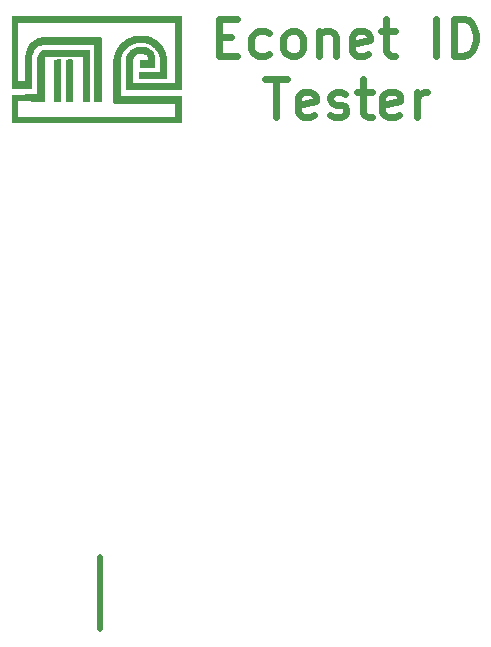
<source format=gbr>
%TF.GenerationSoftware,KiCad,Pcbnew,(6.0.11)*%
%TF.CreationDate,2024-01-05T14:55:08+00:00*%
%TF.ProjectId,EcoIDTesterCaseFront,45636f49-4454-4657-9374-657243617365,rev?*%
%TF.SameCoordinates,Original*%
%TF.FileFunction,Legend,Top*%
%TF.FilePolarity,Positive*%
%FSLAX46Y46*%
G04 Gerber Fmt 4.6, Leading zero omitted, Abs format (unit mm)*
G04 Created by KiCad (PCBNEW (6.0.11)) date 2024-01-05 14:55:08*
%MOMM*%
%LPD*%
G01*
G04 APERTURE LIST*
%ADD10C,0.000000*%
%ADD11C,0.600000*%
%ADD12C,0.500000*%
G04 APERTURE END LIST*
D10*
G36*
X202657259Y-71795322D02*
G01*
X202698341Y-71817283D01*
X202698341Y-75327457D01*
X202672865Y-75352882D01*
X202647337Y-75378306D01*
X202133002Y-75378306D01*
X202107526Y-75352882D01*
X202081998Y-75327457D01*
X202081998Y-71817853D01*
X202119205Y-71796302D01*
X202156412Y-71774601D01*
X202386269Y-71773978D01*
X202616177Y-71773359D01*
X202657259Y-71795322D01*
G37*
G36*
X211914523Y-74394593D02*
G01*
X211020434Y-74388861D01*
X209995674Y-74378107D01*
X208472152Y-74361410D01*
X207160912Y-74353306D01*
X207154900Y-73063130D01*
X207152441Y-72418113D01*
X207153780Y-71773566D01*
X207186410Y-71643044D01*
X207203398Y-71578044D01*
X207222161Y-71513743D01*
X207232519Y-71481978D01*
X207243694Y-71450534D01*
X207255810Y-71419460D01*
X207268991Y-71388807D01*
X207283361Y-71358623D01*
X207299046Y-71328957D01*
X207316169Y-71299858D01*
X207334855Y-71271375D01*
X207411070Y-71171380D01*
X207449839Y-71121639D01*
X207469753Y-71097274D01*
X207490160Y-71073413D01*
X207511164Y-71050183D01*
X207532870Y-71027708D01*
X207555381Y-71006116D01*
X207578801Y-70985531D01*
X207603237Y-70966080D01*
X207628791Y-70947889D01*
X207655567Y-70931082D01*
X207669447Y-70923238D01*
X207683671Y-70915787D01*
X207721732Y-70889392D01*
X207762461Y-70864406D01*
X207851249Y-70818858D01*
X207948688Y-70779534D01*
X208053429Y-70746824D01*
X208164124Y-70721116D01*
X208279425Y-70702803D01*
X208397983Y-70692273D01*
X208518451Y-70689916D01*
X208639480Y-70696123D01*
X208759723Y-70711284D01*
X208877830Y-70735788D01*
X208935661Y-70751666D01*
X208992453Y-70770026D01*
X209048038Y-70790917D01*
X209102245Y-70814387D01*
X209154908Y-70840486D01*
X209205858Y-70869262D01*
X209254925Y-70900764D01*
X209301942Y-70935041D01*
X209346739Y-70972141D01*
X209389149Y-71012113D01*
X209410852Y-71029195D01*
X209431092Y-71047541D01*
X209449980Y-71067041D01*
X209467623Y-71087583D01*
X209484133Y-71109058D01*
X209499617Y-71131355D01*
X209514186Y-71154362D01*
X209527949Y-71177969D01*
X209541015Y-71202066D01*
X209553493Y-71226541D01*
X209577126Y-71276184D01*
X209622157Y-71375141D01*
X209631060Y-71402546D01*
X209639253Y-71430042D01*
X209646735Y-71457629D01*
X209653508Y-71485307D01*
X209659572Y-71513077D01*
X209664926Y-71540936D01*
X209669570Y-71568887D01*
X209673505Y-71596929D01*
X209676731Y-71625061D01*
X209679248Y-71653284D01*
X209681056Y-71681597D01*
X209682155Y-71710000D01*
X209682546Y-71738495D01*
X209682228Y-71767079D01*
X209681201Y-71795754D01*
X209679466Y-71824518D01*
X209678456Y-71894782D01*
X209678682Y-71965356D01*
X209680433Y-72106830D01*
X209680755Y-72177429D01*
X209679905Y-72247734D01*
X209677282Y-72317594D01*
X209672284Y-72386860D01*
X209670019Y-72396729D01*
X209667203Y-72405679D01*
X209663860Y-72413752D01*
X209660015Y-72420990D01*
X209655695Y-72427435D01*
X209650923Y-72433130D01*
X209645725Y-72438116D01*
X209640127Y-72442435D01*
X209634154Y-72446130D01*
X209627831Y-72449242D01*
X209621184Y-72451813D01*
X209614237Y-72453886D01*
X209607015Y-72455502D01*
X209599545Y-72456704D01*
X209583959Y-72458033D01*
X209567681Y-72458208D01*
X209550912Y-72457566D01*
X209516711Y-72455176D01*
X209499683Y-72454100D01*
X209482972Y-72453553D01*
X209466782Y-72453870D01*
X209451314Y-72455387D01*
X208391484Y-72455387D01*
X208383161Y-72449400D01*
X208375687Y-72443062D01*
X208369023Y-72436389D01*
X208363125Y-72429400D01*
X208357952Y-72422110D01*
X208353463Y-72414538D01*
X208349616Y-72406700D01*
X208346370Y-72398614D01*
X208343683Y-72390296D01*
X208341513Y-72381765D01*
X208339818Y-72373037D01*
X208338558Y-72364130D01*
X208337174Y-72345846D01*
X208337027Y-72327050D01*
X208337785Y-72307880D01*
X208339115Y-72288474D01*
X208342161Y-72249503D01*
X208343211Y-72230214D01*
X208343503Y-72211239D01*
X208342703Y-72192715D01*
X208340478Y-72174781D01*
X208341858Y-72153838D01*
X208342393Y-72132738D01*
X208342269Y-72111517D01*
X208341675Y-72090209D01*
X208338360Y-72004803D01*
X208338236Y-71983581D01*
X208338770Y-71962481D01*
X208340150Y-71941538D01*
X208342564Y-71920786D01*
X208346199Y-71900259D01*
X208351245Y-71879993D01*
X208357887Y-71860022D01*
X208361867Y-71850158D01*
X208366316Y-71840382D01*
X209041884Y-71840382D01*
X209040288Y-71817674D01*
X209039853Y-71794612D01*
X209040270Y-71771289D01*
X209041230Y-71747801D01*
X209043541Y-71700705D01*
X209044274Y-71677288D01*
X209044313Y-71654084D01*
X209043350Y-71631187D01*
X209041074Y-71608693D01*
X209037177Y-71586696D01*
X209034524Y-71575914D01*
X209031350Y-71565291D01*
X209027616Y-71554840D01*
X209023284Y-71544573D01*
X209018314Y-71534501D01*
X209012669Y-71524636D01*
X209006309Y-71514990D01*
X208999197Y-71505575D01*
X208991292Y-71496403D01*
X208982558Y-71487485D01*
X208972251Y-71471401D01*
X208960056Y-71455887D01*
X208946075Y-71440957D01*
X208930411Y-71426626D01*
X208913167Y-71412909D01*
X208894445Y-71399819D01*
X208852980Y-71375579D01*
X208806837Y-71354021D01*
X208756839Y-71335262D01*
X208703806Y-71319414D01*
X208648560Y-71306593D01*
X208591924Y-71296914D01*
X208534719Y-71290491D01*
X208477766Y-71287440D01*
X208421887Y-71287875D01*
X208367905Y-71291910D01*
X208316640Y-71299662D01*
X208268915Y-71311244D01*
X208246636Y-71318507D01*
X208225551Y-71326771D01*
X208211832Y-71330084D01*
X208198352Y-71333856D01*
X208185105Y-71338071D01*
X208172082Y-71342712D01*
X208159279Y-71347762D01*
X208146687Y-71353204D01*
X208122116Y-71365198D01*
X208098315Y-71378560D01*
X208075232Y-71393155D01*
X208052814Y-71408850D01*
X208031009Y-71425511D01*
X208009765Y-71443002D01*
X207989029Y-71461191D01*
X207968749Y-71479943D01*
X207948871Y-71499124D01*
X207910116Y-71538236D01*
X207872342Y-71577454D01*
X207853016Y-71619324D01*
X207833120Y-71661072D01*
X207813986Y-71702988D01*
X207805120Y-71724100D01*
X207796944Y-71745362D01*
X207789624Y-71766811D01*
X207783326Y-71788484D01*
X207778217Y-71810416D01*
X207774463Y-71832644D01*
X207772230Y-71855203D01*
X207771686Y-71878131D01*
X207772098Y-71889744D01*
X207772995Y-71901463D01*
X207774398Y-71913292D01*
X207776326Y-71925236D01*
X207764287Y-73749155D01*
X211372282Y-73759751D01*
X211372282Y-68660783D01*
X198056713Y-68660783D01*
X198056713Y-73630506D01*
X198628255Y-73628904D01*
X198640347Y-72558015D01*
X198652491Y-71487122D01*
X198687475Y-71306876D01*
X198722460Y-71126627D01*
X198767522Y-70988807D01*
X198812481Y-70850934D01*
X198876611Y-70720090D01*
X198893623Y-70685526D01*
X198910831Y-70651573D01*
X198928631Y-70618320D01*
X198937876Y-70601983D01*
X198947417Y-70585854D01*
X198957303Y-70569944D01*
X198967584Y-70554265D01*
X198978309Y-70538826D01*
X198989527Y-70523639D01*
X199001289Y-70508716D01*
X199013642Y-70494067D01*
X199026637Y-70479703D01*
X199040322Y-70465635D01*
X199065986Y-70435054D01*
X199093419Y-70404574D01*
X199122518Y-70374318D01*
X199153180Y-70344410D01*
X199185300Y-70314972D01*
X199218776Y-70286127D01*
X199253503Y-70257999D01*
X199289377Y-70230711D01*
X199326296Y-70204385D01*
X199364155Y-70179145D01*
X199402851Y-70155114D01*
X199442279Y-70132414D01*
X199482337Y-70111169D01*
X199522920Y-70091501D01*
X199563926Y-70073535D01*
X199605249Y-70057392D01*
X199766014Y-69990624D01*
X199930397Y-69944530D01*
X200094780Y-69898435D01*
X202578453Y-69891613D01*
X205062176Y-69884792D01*
X205091736Y-69909237D01*
X205121295Y-69933729D01*
X205121295Y-75327457D01*
X205095819Y-75352933D01*
X205070342Y-75378358D01*
X204555955Y-75378358D01*
X204530478Y-75352933D01*
X204504950Y-75327457D01*
X204504950Y-70522272D01*
X200197203Y-70522272D01*
X199868437Y-70606194D01*
X199761829Y-70664072D01*
X199655220Y-70721949D01*
X199572331Y-70804630D01*
X199489442Y-70887366D01*
X199425467Y-71017643D01*
X199361491Y-71147816D01*
X199315603Y-71338709D01*
X199269766Y-71529548D01*
X199257157Y-72885386D01*
X199245064Y-74276618D01*
X198379796Y-74275891D01*
X197514524Y-74270829D01*
X197514524Y-68083765D01*
X211914523Y-68083765D01*
X211914523Y-74394593D01*
G37*
G36*
X208563654Y-69746280D02*
G01*
X208642522Y-69750317D01*
X208721311Y-69756677D01*
X208799874Y-69765416D01*
X208878063Y-69776588D01*
X208955732Y-69790249D01*
X209032735Y-69806452D01*
X209074033Y-69815250D01*
X209114904Y-69825360D01*
X209155366Y-69836705D01*
X209195437Y-69849205D01*
X209235133Y-69862782D01*
X209274472Y-69877357D01*
X209313472Y-69892850D01*
X209352150Y-69909184D01*
X209428610Y-69944057D01*
X209503991Y-69981346D01*
X209578434Y-70020419D01*
X209652077Y-70060648D01*
X209681611Y-70078605D01*
X209710738Y-70097053D01*
X209739457Y-70115995D01*
X209767764Y-70135434D01*
X209795658Y-70155373D01*
X209823136Y-70175814D01*
X209850196Y-70196761D01*
X209876835Y-70218216D01*
X209903051Y-70240182D01*
X209928843Y-70262661D01*
X209954206Y-70285657D01*
X209979140Y-70309172D01*
X210003642Y-70333210D01*
X210027709Y-70357772D01*
X210051340Y-70382861D01*
X210074531Y-70408482D01*
X210114127Y-70446896D01*
X210152067Y-70486762D01*
X210188413Y-70527989D01*
X210223224Y-70570482D01*
X210256562Y-70614151D01*
X210288488Y-70658902D01*
X210319062Y-70704642D01*
X210348345Y-70751280D01*
X210376398Y-70798723D01*
X210403283Y-70846879D01*
X210429059Y-70895654D01*
X210453787Y-70944957D01*
X210500346Y-71044775D01*
X210543445Y-71145594D01*
X210568989Y-71218903D01*
X210592634Y-71293007D01*
X210614280Y-71367802D01*
X210633830Y-71443183D01*
X210651183Y-71519043D01*
X210666240Y-71595278D01*
X210678902Y-71671782D01*
X210689070Y-71748450D01*
X210689070Y-73420185D01*
X208377168Y-73431138D01*
X208368146Y-73426319D01*
X208360016Y-73421082D01*
X208352737Y-73415447D01*
X208346264Y-73409434D01*
X208340556Y-73403063D01*
X208335570Y-73396353D01*
X208331263Y-73389326D01*
X208327592Y-73382001D01*
X208324514Y-73374398D01*
X208321988Y-73366536D01*
X208319969Y-73358437D01*
X208318416Y-73350120D01*
X208316534Y-73332912D01*
X208316000Y-73315072D01*
X208316473Y-73296760D01*
X208317610Y-73278138D01*
X208320510Y-73240599D01*
X208321590Y-73222003D01*
X208321965Y-73203736D01*
X208321296Y-73185958D01*
X208319240Y-73168830D01*
X208320348Y-73149305D01*
X208320849Y-73129495D01*
X208320503Y-73089243D01*
X208317783Y-73007788D01*
X208317327Y-72967483D01*
X208317744Y-72947633D01*
X208318750Y-72928059D01*
X208320467Y-72908819D01*
X208323013Y-72889966D01*
X208326508Y-72871559D01*
X208331073Y-72853654D01*
X208338614Y-72846906D01*
X208346421Y-72840886D01*
X208354479Y-72835556D01*
X208362777Y-72830880D01*
X208371299Y-72826820D01*
X208380033Y-72823339D01*
X208388965Y-72820401D01*
X208398081Y-72817967D01*
X208416812Y-72814466D01*
X208436119Y-72812540D01*
X208455892Y-72811893D01*
X208476025Y-72812227D01*
X208557974Y-72817447D01*
X208578275Y-72818239D01*
X208598284Y-72818233D01*
X208617895Y-72817133D01*
X208636998Y-72814640D01*
X210072671Y-72805234D01*
X210082717Y-72264727D01*
X210081860Y-72129730D01*
X210077171Y-71994881D01*
X210067408Y-71860227D01*
X210060236Y-71792988D01*
X210051330Y-71725815D01*
X210048906Y-71694986D01*
X210045183Y-71664361D01*
X210040270Y-71633930D01*
X210034274Y-71603684D01*
X210027303Y-71573613D01*
X210019465Y-71543708D01*
X210010866Y-71513960D01*
X210001615Y-71484358D01*
X209981586Y-71425557D01*
X209960237Y-71367229D01*
X209917023Y-71251685D01*
X209895536Y-71209657D01*
X209872986Y-71168219D01*
X209849371Y-71127413D01*
X209824688Y-71087282D01*
X209798937Y-71047869D01*
X209772113Y-71009217D01*
X209744216Y-70971367D01*
X209715242Y-70934363D01*
X209685190Y-70898247D01*
X209654057Y-70863063D01*
X209621841Y-70828852D01*
X209588541Y-70795657D01*
X209554152Y-70763521D01*
X209518675Y-70732487D01*
X209482105Y-70702596D01*
X209444441Y-70673893D01*
X209422397Y-70657761D01*
X209399916Y-70642091D01*
X209377029Y-70626878D01*
X209353764Y-70612116D01*
X209306219Y-70583920D01*
X209257518Y-70557455D01*
X209207899Y-70532675D01*
X209157596Y-70509530D01*
X209106847Y-70487975D01*
X209055887Y-70467960D01*
X208925321Y-70432949D01*
X208858737Y-70417502D01*
X208791387Y-70403668D01*
X208723348Y-70391628D01*
X208654697Y-70381562D01*
X208585511Y-70373652D01*
X208515867Y-70368078D01*
X208445840Y-70365020D01*
X208375509Y-70364659D01*
X208304949Y-70367177D01*
X208234237Y-70372753D01*
X208163450Y-70381568D01*
X208092665Y-70393803D01*
X208021958Y-70409638D01*
X207951407Y-70429255D01*
X207902555Y-70441492D01*
X207854358Y-70455679D01*
X207806826Y-70471730D01*
X207759971Y-70489558D01*
X207713801Y-70509077D01*
X207668329Y-70530198D01*
X207623563Y-70552837D01*
X207579514Y-70576905D01*
X207536193Y-70602317D01*
X207493610Y-70628985D01*
X207451775Y-70656823D01*
X207410699Y-70685744D01*
X207370391Y-70715661D01*
X207330864Y-70746488D01*
X207292126Y-70778137D01*
X207254188Y-70810523D01*
X207206699Y-70859348D01*
X207160242Y-70908949D01*
X207115175Y-70959598D01*
X207093275Y-70985399D01*
X207071858Y-71011563D01*
X207050967Y-71038123D01*
X207030648Y-71065115D01*
X207010946Y-71092570D01*
X206991905Y-71120523D01*
X206973570Y-71149009D01*
X206955987Y-71178059D01*
X206939199Y-71207709D01*
X206923252Y-71237992D01*
X206904223Y-71276782D01*
X206886377Y-71316125D01*
X206869682Y-71355983D01*
X206854110Y-71396315D01*
X206839630Y-71437081D01*
X206826214Y-71478242D01*
X206813832Y-71519758D01*
X206802455Y-71561589D01*
X206792051Y-71603696D01*
X206782594Y-71646038D01*
X206766395Y-71731269D01*
X206753622Y-71816965D01*
X206744038Y-71902808D01*
X206754735Y-74350257D01*
X206756906Y-74848728D01*
X206757061Y-74883402D01*
X211914523Y-74905466D01*
X211914523Y-77179334D01*
X197514524Y-77179334D01*
X197514524Y-74747028D01*
X199676356Y-74720981D01*
X199679043Y-74289432D01*
X199686019Y-73178284D01*
X199695683Y-71635538D01*
X199732425Y-71508930D01*
X199769115Y-71382273D01*
X199801774Y-71318040D01*
X199834383Y-71253803D01*
X199908331Y-71162751D01*
X199922351Y-71145095D01*
X199936131Y-71127436D01*
X199950021Y-71110074D01*
X199957117Y-71101599D01*
X199964372Y-71093311D01*
X199971829Y-71085248D01*
X199979533Y-71077448D01*
X199987527Y-71069947D01*
X199995856Y-71062785D01*
X200004563Y-71055997D01*
X200013691Y-71049623D01*
X200023285Y-71043699D01*
X200028270Y-71040918D01*
X200033388Y-71038264D01*
X200084548Y-71004825D01*
X200164027Y-70976560D01*
X200243556Y-70948240D01*
X202180699Y-70947312D01*
X204117842Y-70946381D01*
X204130761Y-70979917D01*
X204143629Y-71013456D01*
X204143629Y-75327457D01*
X204118152Y-75352933D01*
X204092624Y-75378358D01*
X203836516Y-75377997D01*
X203580408Y-75377686D01*
X203553949Y-75360941D01*
X203527490Y-75344199D01*
X203525940Y-74813172D01*
X203524545Y-74322504D01*
X203522064Y-73458060D01*
X203516638Y-71571924D01*
X200371042Y-71571924D01*
X200362609Y-71582365D01*
X200355304Y-71592219D01*
X200349035Y-71601581D01*
X200343713Y-71610542D01*
X200339244Y-71619194D01*
X200335539Y-71627629D01*
X200332505Y-71635941D01*
X200330051Y-71644221D01*
X200328086Y-71652561D01*
X200326518Y-71661055D01*
X200325257Y-71669793D01*
X200324211Y-71678869D01*
X200320348Y-71720393D01*
X200319107Y-73502711D01*
X200318590Y-74294910D01*
X200318281Y-74777878D01*
X200317919Y-75285032D01*
X200292442Y-75310508D01*
X200266966Y-75335932D01*
X198056713Y-75321101D01*
X198056713Y-76602314D01*
X211372282Y-76602314D01*
X211372282Y-75520417D01*
X206150276Y-75508790D01*
X206143034Y-75493786D01*
X206136540Y-75478648D01*
X206125646Y-75447992D01*
X206117302Y-75416875D01*
X206111217Y-75385350D01*
X206107097Y-75353470D01*
X206104650Y-75321288D01*
X206103584Y-75288856D01*
X206103607Y-75256227D01*
X206105749Y-75190590D01*
X206108738Y-75124801D01*
X206110235Y-75059282D01*
X206109693Y-75026756D01*
X206107902Y-74994456D01*
X206108625Y-74841593D01*
X206110950Y-74344727D01*
X206116815Y-73037111D01*
X206127074Y-71729951D01*
X206148565Y-71614109D01*
X206174258Y-71499140D01*
X206188747Y-71442065D01*
X206204366Y-71385308D01*
X206221144Y-71328901D01*
X206239106Y-71272877D01*
X206258279Y-71217270D01*
X206278690Y-71162113D01*
X206300366Y-71107438D01*
X206323334Y-71053279D01*
X206347620Y-70999668D01*
X206373251Y-70946639D01*
X206400254Y-70894226D01*
X206428657Y-70842460D01*
X206463745Y-70790108D01*
X206499632Y-70737909D01*
X206536393Y-70686079D01*
X206574101Y-70634836D01*
X206612829Y-70584400D01*
X206652651Y-70534987D01*
X206693641Y-70486817D01*
X206735873Y-70440107D01*
X206861298Y-70330719D01*
X206924354Y-70276496D01*
X206988396Y-70223637D01*
X207020963Y-70197964D01*
X207053990Y-70172928D01*
X207087547Y-70148626D01*
X207121705Y-70125157D01*
X207156534Y-70102619D01*
X207192106Y-70081111D01*
X207228492Y-70060731D01*
X207265763Y-70041578D01*
X207297089Y-70023327D01*
X207328830Y-70005704D01*
X207393454Y-69972321D01*
X207459437Y-69941381D01*
X207526583Y-69912838D01*
X207594693Y-69886645D01*
X207663570Y-69862754D01*
X207733017Y-69841120D01*
X207802837Y-69821694D01*
X207874439Y-69805490D01*
X207947428Y-69791067D01*
X208021656Y-69778480D01*
X208096978Y-69767781D01*
X208173245Y-69759026D01*
X208250314Y-69752267D01*
X208328035Y-69747559D01*
X208406264Y-69744956D01*
X208484852Y-69744511D01*
X208563654Y-69746280D01*
G37*
G36*
X201687292Y-71806690D02*
G01*
X201720676Y-71840021D01*
X201720676Y-75327457D01*
X201695199Y-75352882D01*
X201669671Y-75378306D01*
X201171562Y-75378306D01*
X201137920Y-75365488D01*
X201104331Y-75352573D01*
X201104331Y-71817853D01*
X201141486Y-71796302D01*
X201141486Y-71796250D01*
X201178693Y-71774601D01*
X201416302Y-71773978D01*
X201653909Y-71773359D01*
X201687292Y-71806690D01*
G37*
D11*
X215035475Y-69826977D02*
X216102142Y-69826977D01*
X216559284Y-71503168D02*
X215035475Y-71503168D01*
X215035475Y-68303168D01*
X216559284Y-68303168D01*
X219302142Y-71350787D02*
X218997380Y-71503168D01*
X218387856Y-71503168D01*
X218083094Y-71350787D01*
X217930713Y-71198406D01*
X217778332Y-70893644D01*
X217778332Y-69979358D01*
X217930713Y-69674596D01*
X218083094Y-69522215D01*
X218387856Y-69369834D01*
X218997380Y-69369834D01*
X219302142Y-69522215D01*
X221130713Y-71503168D02*
X220825951Y-71350787D01*
X220673570Y-71198406D01*
X220521189Y-70893644D01*
X220521189Y-69979358D01*
X220673570Y-69674596D01*
X220825951Y-69522215D01*
X221130713Y-69369834D01*
X221587856Y-69369834D01*
X221892618Y-69522215D01*
X222044999Y-69674596D01*
X222197380Y-69979358D01*
X222197380Y-70893644D01*
X222044999Y-71198406D01*
X221892618Y-71350787D01*
X221587856Y-71503168D01*
X221130713Y-71503168D01*
X223568808Y-69369834D02*
X223568808Y-71503168D01*
X223568808Y-69674596D02*
X223721189Y-69522215D01*
X224025951Y-69369834D01*
X224483094Y-69369834D01*
X224787856Y-69522215D01*
X224940237Y-69826977D01*
X224940237Y-71503168D01*
X227683094Y-71350787D02*
X227378332Y-71503168D01*
X226768808Y-71503168D01*
X226464046Y-71350787D01*
X226311665Y-71046025D01*
X226311665Y-69826977D01*
X226464046Y-69522215D01*
X226768808Y-69369834D01*
X227378332Y-69369834D01*
X227683094Y-69522215D01*
X227835475Y-69826977D01*
X227835475Y-70131739D01*
X226311665Y-70436501D01*
X228749761Y-69369834D02*
X229968808Y-69369834D01*
X229206903Y-68303168D02*
X229206903Y-71046025D01*
X229359284Y-71350787D01*
X229664046Y-71503168D01*
X229968808Y-71503168D01*
X233473570Y-71503168D02*
X233473570Y-68303168D01*
X234997380Y-71503168D02*
X234997380Y-68303168D01*
X235759284Y-68303168D01*
X236216427Y-68455549D01*
X236521189Y-68760310D01*
X236673570Y-69065072D01*
X236825951Y-69674596D01*
X236825951Y-70131739D01*
X236673570Y-70741263D01*
X236521189Y-71046025D01*
X236216427Y-71350787D01*
X235759284Y-71503168D01*
X234997380Y-71503168D01*
X218997380Y-73455168D02*
X220825951Y-73455168D01*
X219911665Y-76655168D02*
X219911665Y-73455168D01*
X223111665Y-76502787D02*
X222806903Y-76655168D01*
X222197380Y-76655168D01*
X221892618Y-76502787D01*
X221740237Y-76198025D01*
X221740237Y-74978977D01*
X221892618Y-74674215D01*
X222197380Y-74521834D01*
X222806903Y-74521834D01*
X223111665Y-74674215D01*
X223264046Y-74978977D01*
X223264046Y-75283739D01*
X221740237Y-75588501D01*
X224483094Y-76502787D02*
X224787856Y-76655168D01*
X225397380Y-76655168D01*
X225702142Y-76502787D01*
X225854523Y-76198025D01*
X225854523Y-76045644D01*
X225702142Y-75740882D01*
X225397380Y-75588501D01*
X224940237Y-75588501D01*
X224635475Y-75436120D01*
X224483094Y-75131358D01*
X224483094Y-74978977D01*
X224635475Y-74674215D01*
X224940237Y-74521834D01*
X225397380Y-74521834D01*
X225702142Y-74674215D01*
X226768808Y-74521834D02*
X227987856Y-74521834D01*
X227225951Y-73455168D02*
X227225951Y-76198025D01*
X227378332Y-76502787D01*
X227683094Y-76655168D01*
X227987856Y-76655168D01*
X230273570Y-76502787D02*
X229968808Y-76655168D01*
X229359284Y-76655168D01*
X229054523Y-76502787D01*
X228902142Y-76198025D01*
X228902142Y-74978977D01*
X229054523Y-74674215D01*
X229359284Y-74521834D01*
X229968808Y-74521834D01*
X230273570Y-74674215D01*
X230425951Y-74978977D01*
X230425951Y-75283739D01*
X228902142Y-75588501D01*
X231797380Y-76655168D02*
X231797380Y-74521834D01*
X231797380Y-75131358D02*
X231949761Y-74826596D01*
X232102142Y-74674215D01*
X232406903Y-74521834D01*
X232711665Y-74521834D01*
D12*
X205020000Y-113900000D02*
X205020000Y-119960000D01*
M02*

</source>
